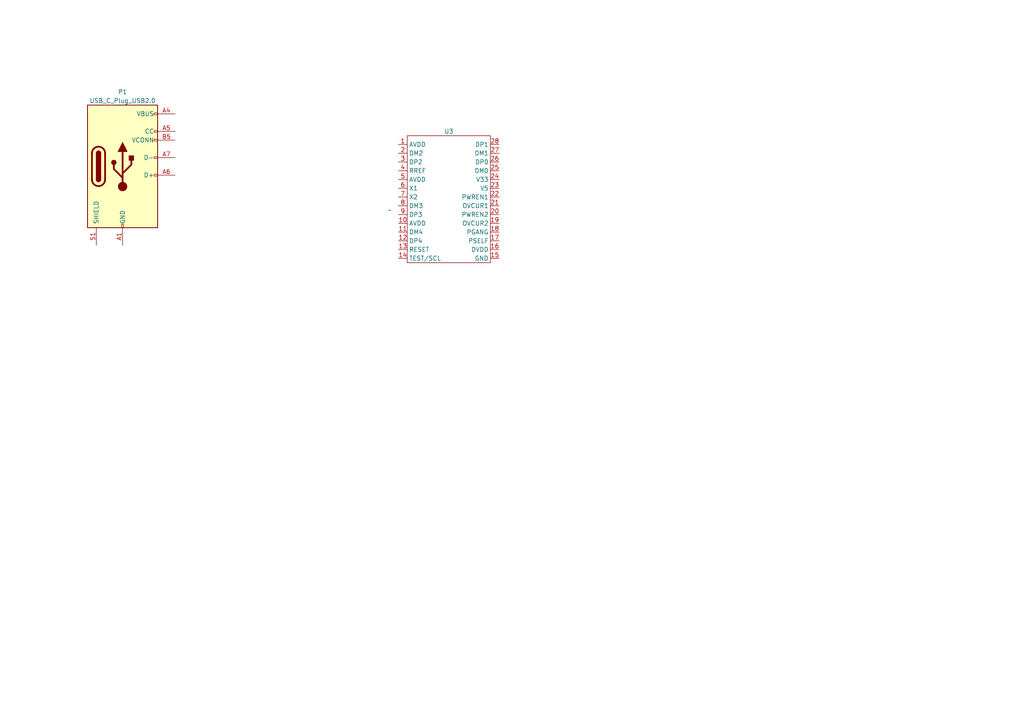
<source format=kicad_sch>
(kicad_sch (version 20230121) (generator eeschema)

  (uuid 0f0d72b5-9573-4f3a-b8c3-4efd94b253e9)

  (paper "A4")

  (title_block
    (title "USB")
    (date "2023-03-20")
    (rev "V 0.1")
    (company "FHTW")
    (comment 1 "Author: Stundner Marco")
  )

  (lib_symbols
    (symbol "Connector:USB_C_Plug_USB2.0" (pin_names (offset 1.016)) (in_bom yes) (on_board yes)
      (property "Reference" "P" (at -10.16 19.05 0)
        (effects (font (size 1.27 1.27)) (justify left))
      )
      (property "Value" "USB_C_Plug_USB2.0" (at 12.7 19.05 0)
        (effects (font (size 1.27 1.27)) (justify right))
      )
      (property "Footprint" "" (at 3.81 0 0)
        (effects (font (size 1.27 1.27)) hide)
      )
      (property "Datasheet" "https://www.usb.org/sites/default/files/documents/usb_type-c.zip" (at 3.81 0 0)
        (effects (font (size 1.27 1.27)) hide)
      )
      (property "ki_keywords" "usb universal serial bus type-C USB2.0" (at 0 0 0)
        (effects (font (size 1.27 1.27)) hide)
      )
      (property "ki_description" "USB 2.0-only Type-C Plug connector" (at 0 0 0)
        (effects (font (size 1.27 1.27)) hide)
      )
      (property "ki_fp_filters" "USB*C*Plug*" (at 0 0 0)
        (effects (font (size 1.27 1.27)) hide)
      )
      (symbol "USB_C_Plug_USB2.0_0_0"
        (rectangle (start -0.254 -17.78) (end 0.254 -16.764)
          (stroke (width 0) (type default))
          (fill (type none))
        )
        (rectangle (start 10.16 -2.286) (end 9.144 -2.794)
          (stroke (width 0) (type default))
          (fill (type none))
        )
        (rectangle (start 10.16 2.794) (end 9.144 2.286)
          (stroke (width 0) (type default))
          (fill (type none))
        )
        (rectangle (start 10.16 7.874) (end 9.144 7.366)
          (stroke (width 0) (type default))
          (fill (type none))
        )
        (rectangle (start 10.16 10.414) (end 9.144 9.906)
          (stroke (width 0) (type default))
          (fill (type none))
        )
        (rectangle (start 10.16 15.494) (end 9.144 14.986)
          (stroke (width 0) (type default))
          (fill (type none))
        )
      )
      (symbol "USB_C_Plug_USB2.0_0_1"
        (rectangle (start -10.16 17.78) (end 10.16 -17.78)
          (stroke (width 0.254) (type default))
          (fill (type background))
        )
        (arc (start -8.89 -3.81) (mid -6.985 -5.7067) (end -5.08 -3.81)
          (stroke (width 0.508) (type default))
          (fill (type none))
        )
        (arc (start -7.62 -3.81) (mid -6.985 -4.4423) (end -6.35 -3.81)
          (stroke (width 0.254) (type default))
          (fill (type none))
        )
        (arc (start -7.62 -3.81) (mid -6.985 -4.4423) (end -6.35 -3.81)
          (stroke (width 0.254) (type default))
          (fill (type outline))
        )
        (rectangle (start -7.62 -3.81) (end -6.35 3.81)
          (stroke (width 0.254) (type default))
          (fill (type outline))
        )
        (arc (start -6.35 3.81) (mid -6.985 4.4423) (end -7.62 3.81)
          (stroke (width 0.254) (type default))
          (fill (type none))
        )
        (arc (start -6.35 3.81) (mid -6.985 4.4423) (end -7.62 3.81)
          (stroke (width 0.254) (type default))
          (fill (type outline))
        )
        (arc (start -5.08 3.81) (mid -6.985 5.7067) (end -8.89 3.81)
          (stroke (width 0.508) (type default))
          (fill (type none))
        )
        (circle (center -2.54 1.143) (radius 0.635)
          (stroke (width 0.254) (type default))
          (fill (type outline))
        )
        (circle (center 0 -5.842) (radius 1.27)
          (stroke (width 0) (type default))
          (fill (type outline))
        )
        (polyline
          (pts
            (xy -8.89 -3.81)
            (xy -8.89 3.81)
          )
          (stroke (width 0.508) (type default))
          (fill (type none))
        )
        (polyline
          (pts
            (xy -5.08 3.81)
            (xy -5.08 -3.81)
          )
          (stroke (width 0.508) (type default))
          (fill (type none))
        )
        (polyline
          (pts
            (xy 0 -5.842)
            (xy 0 4.318)
          )
          (stroke (width 0.508) (type default))
          (fill (type none))
        )
        (polyline
          (pts
            (xy 0 -3.302)
            (xy -2.54 -0.762)
            (xy -2.54 0.508)
          )
          (stroke (width 0.508) (type default))
          (fill (type none))
        )
        (polyline
          (pts
            (xy 0 -2.032)
            (xy 2.54 0.508)
            (xy 2.54 1.778)
          )
          (stroke (width 0.508) (type default))
          (fill (type none))
        )
        (polyline
          (pts
            (xy -1.27 4.318)
            (xy 0 6.858)
            (xy 1.27 4.318)
            (xy -1.27 4.318)
          )
          (stroke (width 0.254) (type default))
          (fill (type outline))
        )
        (rectangle (start 1.905 1.778) (end 3.175 3.048)
          (stroke (width 0.254) (type default))
          (fill (type outline))
        )
      )
      (symbol "USB_C_Plug_USB2.0_1_1"
        (pin passive line (at 0 -22.86 90) (length 5.08)
          (name "GND" (effects (font (size 1.27 1.27))))
          (number "A1" (effects (font (size 1.27 1.27))))
        )
        (pin passive line (at 0 -22.86 90) (length 5.08) hide
          (name "GND" (effects (font (size 1.27 1.27))))
          (number "A12" (effects (font (size 1.27 1.27))))
        )
        (pin passive line (at 15.24 15.24 180) (length 5.08)
          (name "VBUS" (effects (font (size 1.27 1.27))))
          (number "A4" (effects (font (size 1.27 1.27))))
        )
        (pin bidirectional line (at 15.24 10.16 180) (length 5.08)
          (name "CC" (effects (font (size 1.27 1.27))))
          (number "A5" (effects (font (size 1.27 1.27))))
        )
        (pin bidirectional line (at 15.24 -2.54 180) (length 5.08)
          (name "D+" (effects (font (size 1.27 1.27))))
          (number "A6" (effects (font (size 1.27 1.27))))
        )
        (pin bidirectional line (at 15.24 2.54 180) (length 5.08)
          (name "D-" (effects (font (size 1.27 1.27))))
          (number "A7" (effects (font (size 1.27 1.27))))
        )
        (pin passive line (at 15.24 15.24 180) (length 5.08) hide
          (name "VBUS" (effects (font (size 1.27 1.27))))
          (number "A9" (effects (font (size 1.27 1.27))))
        )
        (pin passive line (at 0 -22.86 90) (length 5.08) hide
          (name "GND" (effects (font (size 1.27 1.27))))
          (number "B1" (effects (font (size 1.27 1.27))))
        )
        (pin passive line (at 0 -22.86 90) (length 5.08) hide
          (name "GND" (effects (font (size 1.27 1.27))))
          (number "B12" (effects (font (size 1.27 1.27))))
        )
        (pin passive line (at 15.24 15.24 180) (length 5.08) hide
          (name "VBUS" (effects (font (size 1.27 1.27))))
          (number "B4" (effects (font (size 1.27 1.27))))
        )
        (pin bidirectional line (at 15.24 7.62 180) (length 5.08)
          (name "VCONN" (effects (font (size 1.27 1.27))))
          (number "B5" (effects (font (size 1.27 1.27))))
        )
        (pin passive line (at 15.24 15.24 180) (length 5.08) hide
          (name "VBUS" (effects (font (size 1.27 1.27))))
          (number "B9" (effects (font (size 1.27 1.27))))
        )
        (pin passive line (at -7.62 -22.86 90) (length 5.08)
          (name "SHIELD" (effects (font (size 1.27 1.27))))
          (number "S1" (effects (font (size 1.27 1.27))))
        )
      )
    )
    (symbol "GL850G-HH:GL850G-HH" (in_bom yes) (on_board yes)
      (property "Reference" "U" (at -10.16 24.13 0)
        (effects (font (size 1.27 1.27)))
      )
      (property "Value" "" (at -22.86 1.27 0)
        (effects (font (size 1.27 1.27)))
      )
      (property "Footprint" "" (at -22.86 1.27 0)
        (effects (font (size 1.27 1.27)) hide)
      )
      (property "Datasheet" "" (at -22.86 1.27 0)
        (effects (font (size 1.27 1.27)) hide)
      )
      (symbol "GL850G-HH_0_1"
        (rectangle (start -17.78 22.86) (end 6.35 -13.97)
          (stroke (width 0) (type default))
          (fill (type none))
        )
      )
      (symbol "GL850G-HH_1_1"
        (pin input line (at -20.32 20.32 0) (length 2.54)
          (name "AVDD" (effects (font (size 1.27 1.27))))
          (number "1" (effects (font (size 1.27 1.27))))
        )
        (pin input line (at -20.32 -2.54 0) (length 2.54)
          (name "AVDD" (effects (font (size 1.27 1.27))))
          (number "10" (effects (font (size 1.27 1.27))))
        )
        (pin input line (at -20.32 -5.08 0) (length 2.54)
          (name "DM4" (effects (font (size 1.27 1.27))))
          (number "11" (effects (font (size 1.27 1.27))))
        )
        (pin input line (at -20.32 -7.62 0) (length 2.54)
          (name "DP4" (effects (font (size 1.27 1.27))))
          (number "12" (effects (font (size 1.27 1.27))))
        )
        (pin input line (at -20.32 -10.16 0) (length 2.54)
          (name "RESET" (effects (font (size 1.27 1.27))))
          (number "13" (effects (font (size 1.27 1.27))))
        )
        (pin input line (at -20.32 -12.7 0) (length 2.54)
          (name "TEST/SCL" (effects (font (size 1.27 1.27))))
          (number "14" (effects (font (size 1.27 1.27))))
        )
        (pin input line (at 8.89 -12.7 180) (length 2.54)
          (name "GND" (effects (font (size 1.27 1.27))))
          (number "15" (effects (font (size 1.27 1.27))))
        )
        (pin input line (at 8.89 -10.16 180) (length 2.54)
          (name "DVDD" (effects (font (size 1.27 1.27))))
          (number "16" (effects (font (size 1.27 1.27))))
        )
        (pin input line (at 8.89 -7.62 180) (length 2.54)
          (name "PSELF" (effects (font (size 1.27 1.27))))
          (number "17" (effects (font (size 1.27 1.27))))
        )
        (pin input line (at 8.89 -5.08 180) (length 2.54)
          (name "PGANG" (effects (font (size 1.27 1.27))))
          (number "18" (effects (font (size 1.27 1.27))))
        )
        (pin input line (at 8.89 -2.54 180) (length 2.54)
          (name "OVCUR2" (effects (font (size 1.27 1.27))))
          (number "19" (effects (font (size 1.27 1.27))))
        )
        (pin input line (at -20.32 17.78 0) (length 2.54)
          (name "DM2" (effects (font (size 1.27 1.27))))
          (number "2" (effects (font (size 1.27 1.27))))
        )
        (pin input line (at 8.89 0 180) (length 2.54)
          (name "PWREN2" (effects (font (size 1.27 1.27))))
          (number "20" (effects (font (size 1.27 1.27))))
        )
        (pin input line (at 8.89 2.54 180) (length 2.54)
          (name "OVCUR1" (effects (font (size 1.27 1.27))))
          (number "21" (effects (font (size 1.27 1.27))))
        )
        (pin input line (at 8.89 5.08 180) (length 2.54)
          (name "PWREN1" (effects (font (size 1.27 1.27))))
          (number "22" (effects (font (size 1.27 1.27))))
        )
        (pin input line (at 8.89 7.62 180) (length 2.54)
          (name "V5" (effects (font (size 1.27 1.27))))
          (number "23" (effects (font (size 1.27 1.27))))
        )
        (pin input line (at 8.89 10.16 180) (length 2.54)
          (name "V33" (effects (font (size 1.27 1.27))))
          (number "24" (effects (font (size 1.27 1.27))))
        )
        (pin input line (at 8.89 12.7 180) (length 2.54)
          (name "DM0" (effects (font (size 1.27 1.27))))
          (number "25" (effects (font (size 1.27 1.27))))
        )
        (pin input line (at 8.89 15.24 180) (length 2.54)
          (name "DP0" (effects (font (size 1.27 1.27))))
          (number "26" (effects (font (size 1.27 1.27))))
        )
        (pin input line (at 8.89 17.78 180) (length 2.54)
          (name "DM1" (effects (font (size 1.27 1.27))))
          (number "27" (effects (font (size 1.27 1.27))))
        )
        (pin input line (at 8.89 20.32 180) (length 2.54)
          (name "DP1" (effects (font (size 1.27 1.27))))
          (number "28" (effects (font (size 1.27 1.27))))
        )
        (pin input line (at -20.32 15.24 0) (length 2.54)
          (name "DP2" (effects (font (size 1.27 1.27))))
          (number "3" (effects (font (size 1.27 1.27))))
        )
        (pin input line (at -20.32 12.7 0) (length 2.54)
          (name "RREF" (effects (font (size 1.27 1.27))))
          (number "4" (effects (font (size 1.27 1.27))))
        )
        (pin input line (at -20.32 10.16 0) (length 2.54)
          (name "AVDD" (effects (font (size 1.27 1.27))))
          (number "5" (effects (font (size 1.27 1.27))))
        )
        (pin input line (at -20.32 7.62 0) (length 2.54)
          (name "X1" (effects (font (size 1.27 1.27))))
          (number "6" (effects (font (size 1.27 1.27))))
        )
        (pin input line (at -20.32 5.08 0) (length 2.54)
          (name "X2" (effects (font (size 1.27 1.27))))
          (number "7" (effects (font (size 1.27 1.27))))
        )
        (pin input line (at -20.32 2.54 0) (length 2.54)
          (name "DM3" (effects (font (size 1.27 1.27))))
          (number "8" (effects (font (size 1.27 1.27))))
        )
        (pin input line (at -20.32 0 0) (length 2.54)
          (name "DP3" (effects (font (size 1.27 1.27))))
          (number "9" (effects (font (size 1.27 1.27))))
        )
      )
    )
  )


  (symbol (lib_id "GL850G-HH:GL850G-HH") (at 135.89 62.23 0) (unit 1)
    (in_bom yes) (on_board yes) (dnp no) (fields_autoplaced)
    (uuid 2e79d342-0ffa-44bb-b3cf-01189fb811d1)
    (property "Reference" "U3" (at 130.175 38.1 0)
      (effects (font (size 1.27 1.27)))
    )
    (property "Value" "~" (at 113.03 60.96 0)
      (effects (font (size 1.27 1.27)))
    )
    (property "Footprint" "" (at 113.03 60.96 0)
      (effects (font (size 1.27 1.27)) hide)
    )
    (property "Datasheet" "" (at 113.03 60.96 0)
      (effects (font (size 1.27 1.27)) hide)
    )
    (pin "1" (uuid 80c3cb98-8592-44ad-be7a-7242e5b680e1))
    (pin "10" (uuid 204d7629-983b-4d15-86e6-6fc1c3872039))
    (pin "11" (uuid b41824e1-5b51-4e1e-8281-cc311877720a))
    (pin "12" (uuid ff3eb22f-d4d0-4932-b836-351e75a2e158))
    (pin "13" (uuid 12cedb48-3089-4266-b789-bc7aad239d8e))
    (pin "14" (uuid da4b5380-7b84-4ac2-a685-1fda921a23a8))
    (pin "15" (uuid e9cd56f6-ccd4-482f-85e2-b2bafad28d2c))
    (pin "16" (uuid d741b390-1977-4243-9f03-be00f04f0ca2))
    (pin "17" (uuid 17c0bed7-5032-48ae-978d-26ca9dd1e81c))
    (pin "18" (uuid aaef84e3-6f43-4447-a26d-de8e86cf16cc))
    (pin "19" (uuid b327122d-bd28-4fa8-99e9-fb24a294886b))
    (pin "2" (uuid 8645ddfd-f08e-49b9-b63f-37ca7ee1ef38))
    (pin "20" (uuid 7b2e6a02-bc07-42f2-93b8-41ab06e5d561))
    (pin "21" (uuid 33efe7c2-eed1-49fc-8ac0-69308a9451f4))
    (pin "22" (uuid 8748ed94-a4fa-499a-802e-52db3444cccc))
    (pin "23" (uuid df852276-0f47-4bbc-88a3-0b9d2444ae5d))
    (pin "24" (uuid 822ce213-aef5-418b-80a5-970e8e393b8f))
    (pin "25" (uuid 7f77b21f-7273-4efa-b13d-f597738735ff))
    (pin "26" (uuid bf8b961d-3fd8-4e1e-8453-e88a9a844cc3))
    (pin "27" (uuid d2761ace-9015-4e8a-ac5a-3dc71589cb7a))
    (pin "28" (uuid 067fc57f-8213-4131-8996-be72154b1453))
    (pin "3" (uuid f64cef3d-ac05-4b99-9afc-67bdc32ec872))
    (pin "4" (uuid ec1d578c-3182-4247-86ba-65a9deeb4455))
    (pin "5" (uuid 1a2c29a1-5916-435f-ac0a-2e3e15504ba9))
    (pin "6" (uuid e76f9249-df83-45db-90cd-24a3f7fed197))
    (pin "7" (uuid 23a511ef-5517-4791-82b7-c1a15ac8fff6))
    (pin "8" (uuid b1e5fc9e-651e-41e0-b56d-ed6257fa1b68))
    (pin "9" (uuid 31f90838-b3bc-4557-8d25-24347e9e81ad))
    (instances
      (project "Macro_Keyboard"
        (path "/41b3a189-fb3d-44ed-903d-e385e89f379a/7616f98b-14aa-434e-b39a-d33e4927fb29"
          (reference "U3") (unit 1)
        )
      )
    )
  )

  (symbol (lib_id "Connector:USB_C_Plug_USB2.0") (at 35.56 48.26 0) (unit 1)
    (in_bom yes) (on_board yes) (dnp no) (fields_autoplaced)
    (uuid 81c01364-074d-4262-be46-3f9a10e5f41f)
    (property "Reference" "P1" (at 35.56 26.67 0)
      (effects (font (size 1.27 1.27)))
    )
    (property "Value" "USB_C_Plug_USB2.0" (at 35.56 29.21 0)
      (effects (font (size 1.27 1.27)))
    )
    (property "Footprint" "" (at 39.37 48.26 0)
      (effects (font (size 1.27 1.27)) hide)
    )
    (property "Datasheet" "https://www.usb.org/sites/default/files/documents/usb_type-c.zip" (at 39.37 48.26 0)
      (effects (font (size 1.27 1.27)) hide)
    )
    (pin "A1" (uuid f670676a-d2f9-4927-af63-0cd33df07cbc))
    (pin "A12" (uuid eb8b2e73-d055-4b70-b648-2be8de8ec768))
    (pin "A4" (uuid f711a270-f747-44bf-9043-45e7dfbd10ef))
    (pin "A5" (uuid 801ef46a-7257-473e-8ffb-c5572ceea45a))
    (pin "A6" (uuid 52fe6255-6235-4117-9682-a6435c473a9c))
    (pin "A7" (uuid e421891e-c2c3-46a2-bcf8-7d792008f016))
    (pin "A9" (uuid b90807f8-dadb-42a6-b6bd-67482281f4b1))
    (pin "B1" (uuid c08caf56-8c20-49a6-bced-efaf46ec9eb1))
    (pin "B12" (uuid a2c1f732-40c7-453c-8a8e-2846e1719bf5))
    (pin "B4" (uuid 20c55f82-0204-4e4b-a93d-6b984ccf94f3))
    (pin "B5" (uuid 859c502f-c355-4b5b-89b4-58404643ed01))
    (pin "B9" (uuid df228178-ae18-48b5-be1e-b112e0a6782e))
    (pin "S1" (uuid 80079359-fe72-4e8c-b34f-b05092d1639e))
    (instances
      (project "Macro_Keyboard"
        (path "/41b3a189-fb3d-44ed-903d-e385e89f379a/7616f98b-14aa-434e-b39a-d33e4927fb29"
          (reference "P1") (unit 1)
        )
      )
    )
  )
)

</source>
